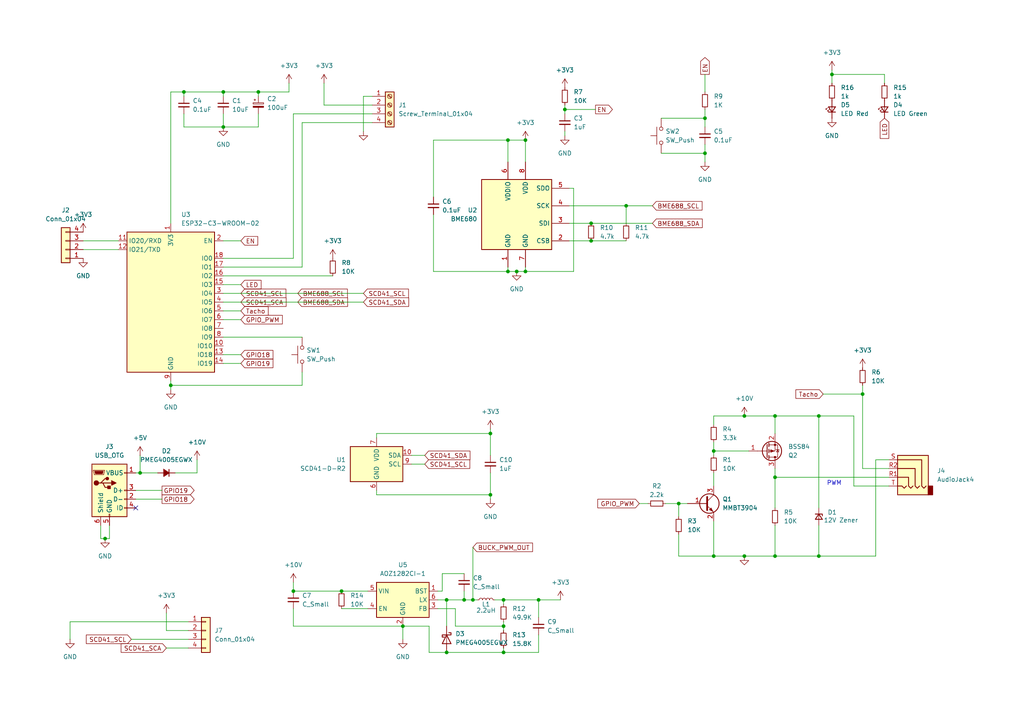
<source format=kicad_sch>
(kicad_sch (version 20231120) (generator "eeschema") (generator_version "8.0")
  (paper "A4")
  (lib_symbols
    (symbol "Connector:Screw_Terminal_01x04" (pin_names (offset 1.016) hide)
      (property "Reference" "J" (at 0 5.08 0))
      (property "Value" "Screw_Terminal_01x04" (at 0 -7.62 0))
      (symbol "Screw_Terminal_01x04_1_1"
        (pin passive line (at -5.08 2.54 0) (length 3.81) (name "Pin_1") (number "1"))
        (pin passive line (at -5.08 0 0) (length 3.81) (name "Pin_2") (number "2"))
        (pin passive line (at -5.08 -2.54 0) (length 3.81) (name "Pin_3") (number "3"))
        (pin passive line (at -5.08 -5.08 0) (length 3.81) (name "Pin_4") (number "4"))
      )
    )
    (symbol "Connector:USB_OTG" (pin_names (offset 1.016))
      (property "Reference" "J" (at -5.08 11.43 0))
      (property "Value" "USB_OTG" (at -5.08 8.89 0))
      (symbol "USB_OTG_1_1"
        (pin passive line (at 7.62 5.08 180) (length 2.54) (name "VBUS") (number "1"))
        (pin bidirectional line (at 7.62 -2.54 180) (length 2.54) (name "D-") (number "2"))
        (pin bidirectional line (at 7.62 0 180) (length 2.54) (name "D+") (number "3"))
        (pin passive line (at 7.62 -5.08 180) (length 2.54) (name "ID") (number "4"))
        (pin passive line (at 0 -10.16 90) (length 2.54) (name "GND") (number "5"))
        (pin passive line (at -2.54 -10.16 90) (length 2.54) (name "Shield") (number "6"))
      )
    )
    (symbol "Connector_Audio:AudioJack4"
      (property "Reference" "J" (at 0 8.89 0))
      (property "Value" "AudioJack4" (at 0 6.35 0))
      (symbol "AudioJack4_1_1"
        (pin passive line (at 5.08 -2.54 180) (length 2.54) (name "~") (number "R1"))
        (pin passive line (at 5.08 0 180) (length 2.54) (name "~") (number "R2"))
        (pin passive line (at 5.08 2.54 180) (length 2.54) (name "~") (number "S"))
        (pin passive line (at 5.08 -5.08 180) (length 2.54) (name "~") (number "T"))
      )
    )
    (symbol "Connector_Generic:Conn_01x04" (pin_names (offset 1.016) hide)
      (property "Reference" "J" (at 0 5.08 0))
      (property "Value" "Conn_01x04" (at 0 -7.62 0))
      (symbol "Conn_01x04_1_1"
        (pin passive line (at -5.08 2.54 0) (length 3.81) (name "Pin_1") (number "1"))
        (pin passive line (at -5.08 0 0) (length 3.81) (name "Pin_2") (number "2"))
        (pin passive line (at -5.08 -2.54 0) (length 3.81) (name "Pin_3") (number "3"))
        (pin passive line (at -5.08 -5.08 0) (length 3.81) (name "Pin_4") (number "4"))
      )
    )
    (symbol "Device:C_Polarized_Small" (pin_numbers hide) (pin_names (offset 0.254) hide)
      (property "Reference" "C" (at 0.254 1.778 0))
      (property "Value" "C_Polarized_Small" (at 0.254 -2.032 0))
      (symbol "C_Polarized_Small_1_1"
        (pin passive line (at 0 2.54 270) (length 1.8542) (name "~") (number "1"))
        (pin passive line (at 0 -2.54 90) (length 1.8542) (name "~") (number "2"))
      )
    )
    (symbol "Device:C_Small" (pin_numbers hide) (pin_names (offset 0.254) hide)
      (property "Reference" "C" (at 0.254 1.778 0))
      (property "Value" "C_Small" (at 0.254 -2.032 0))
      (symbol "C_Small_1_1"
        (pin passive line (at 0 2.54 270) (length 2.032) (name "~") (number "1"))
        (pin passive line (at 0 -2.54 90) (length 2.032) (name "~") (number "2"))
      )
    )
    (symbol "Device:D_Schottky" (pin_numbers hide) (pin_names (offset 1.016) hide)
      (property "Reference" "D" (at 0 2.54 0))
      (property "Value" "D_Schottky" (at 0 -2.54 0))
      (symbol "D_Schottky_1_1"
        (pin passive line (at -3.81 0 0) (length 2.54) (name "K") (number "1"))
        (pin passive line (at 3.81 0 180) (length 2.54) (name "A") (number "2"))
      )
    )
    (symbol "Device:D_Small_Filled" (pin_numbers hide) (pin_names (offset 0.254) hide)
      (property "Reference" "D" (at -1.27 2.032 0))
      (property "Value" "D_Small_Filled" (at -3.81 -2.032 0))
      (symbol "D_Small_Filled_1_1"
        (pin passive line (at -2.54 0 0) (length 1.778) (name "K") (number "1"))
        (pin passive line (at 2.54 0 180) (length 1.778) (name "A") (number "2"))
      )
    )
    (symbol "Device:D_Zener_Small" (pin_numbers hide) (pin_names (offset 0.254) hide)
      (property "Reference" "D" (at 0 2.286 0))
      (property "Value" "D_Zener_Small" (at 0 -2.286 0))
      (symbol "D_Zener_Small_1_1"
        (pin passive line (at -2.54 0 0) (length 1.778) (name "K") (number "1"))
        (pin passive line (at 2.54 0 180) (length 1.778) (name "A") (number "2"))
      )
    )
    (symbol "Device:LED_Small" (pin_numbers hide) (pin_names (offset 0.254) hide)
      (property "Reference" "D" (at -1.27 3.175 0))
      (property "Value" "LED_Small" (at -4.445 -2.54 0))
      (symbol "LED_Small_1_1"
        (pin passive line (at -2.54 0 0) (length 1.778) (name "K") (number "1"))
        (pin passive line (at 2.54 0 180) (length 1.778) (name "A") (number "2"))
      )
    )
    (symbol "Device:L_Small" (pin_numbers hide) (pin_names (offset 0.254) hide)
      (property "Reference" "L" (at 0.762 1.016 0))
      (property "Value" "L_Small" (at 0.762 -1.016 0))
      (symbol "L_Small_1_1"
        (pin passive line (at 0 2.54 270) (length 0.508) (name "~") (number "1"))
        (pin passive line (at 0 -2.54 90) (length 0.508) (name "~") (number "2"))
      )
    )
    (symbol "Device:R_Small" (pin_numbers hide) (pin_names (offset 0.254) hide)
      (property "Reference" "R" (at 0.762 0.508 0))
      (property "Value" "R_Small" (at 0.762 -1.016 0))
      (symbol "R_Small_1_1"
        (pin passive line (at 0 2.54 270) (length 0.762) (name "~") (number "1"))
        (pin passive line (at 0 -2.54 90) (length 0.762) (name "~") (number "2"))
      )
    )
    (symbol "GND_1" (power) (pin_names (offset 0))
      (property "Value" "GND_1" (at 0 -3.81 0))
      (symbol "GND_1_1_1"
        (pin power_in line (at 0 0 270) (length 0) hide (name "GND") (number "1"))
      )
    )
    (symbol "GND_2" (power) (pin_numbers hide) (pin_names (offset 0) hide)
      (property "Value" "GND" (at 0 -3.81 0))
      (symbol "GND_2_1_1"
        (pin power_in line (at 0 0 270) (length 0) (name "~") (number "1"))
      )
    )
    (symbol "GND_3" (power) (pin_numbers hide) (pin_names (offset 0) hide)
      (property "Value" "GND" (at 0 -3.81 0))
      (symbol "GND_3_1_1"
        (pin power_in line (at 0 0 270) (length 0) (name "~") (number "1"))
      )
    )
    (symbol "RF_Module:ESP32-C3-WROOM-02"
      (property "Reference" "U" (at -12.192 21.336 0))
      (property "Value" "ESP32-C3-WROOM-02" (at 12.192 21.336 0))
      (symbol "ESP32-C3-WROOM-02_1_1"
        (pin power_in line (at 0 22.86 270) (length 2.54) (name "3V3") (number "1"))
        (pin bidirectional line (at -15.24 -12.7 0) (length 2.54) (name "IO10") (number "10"))
        (pin bidirectional line (at 15.24 17.78 180) (length 2.54) (name "IO20/RXD") (number "11"))
        (pin bidirectional line (at 15.24 15.24 180) (length 2.54) (name "IO21/TXD") (number "12"))
        (pin bidirectional line (at -15.24 -15.24 0) (length 2.54) (name "IO18") (number "13"))
        (pin bidirectional line (at -15.24 -17.78 0) (length 2.54) (name "IO19") (number "14"))
        (pin bidirectional line (at -15.24 5.08 0) (length 2.54) (name "IO3") (number "15"))
        (pin bidirectional line (at -15.24 7.62 0) (length 2.54) (name "IO2") (number "16"))
        (pin bidirectional line (at -15.24 10.16 0) (length 2.54) (name "IO1") (number "17"))
        (pin bidirectional line (at -15.24 12.7 0) (length 2.54) (name "IO0") (number "18"))
        (pin passive line (at 0 -22.86 90) (length 2.54) hide (name "GND") (number "19"))
        (pin input line (at -15.24 17.78 0) (length 2.54) (name "EN") (number "2"))
        (pin bidirectional line (at -15.24 2.54 0) (length 2.54) (name "IO4") (number "3"))
        (pin bidirectional line (at -15.24 0 0) (length 2.54) (name "IO5") (number "4"))
        (pin bidirectional line (at -15.24 -2.54 0) (length 2.54) (name "IO6") (number "5"))
        (pin bidirectional line (at -15.24 -5.08 0) (length 2.54) (name "IO7") (number "6"))
        (pin bidirectional line (at -15.24 -7.62 0) (length 2.54) (name "IO8") (number "7"))
        (pin bidirectional line (at -15.24 -10.16 0) (length 2.54) (name "IO9") (number "8"))
        (pin power_in line (at 0 -22.86 90) (length 2.54) (name "GND") (number "9"))
      )
    )
    (symbol "Regulator_Switching:AOZ1282CI-1"
      (property "Reference" "U" (at -6.35 -6.35 0))
      (property "Value" "AOZ1282CI-1" (at -2.54 6.35 0))
      (symbol "AOZ1282CI-1_1_1"
        (pin input line (at 10.16 2.54 180) (length 2.54) (name "BST") (number "1"))
        (pin power_in line (at 0 -7.62 90) (length 2.54) (name "GND") (number "2"))
        (pin input line (at 10.16 -2.54 180) (length 2.54) (name "FB") (number "3"))
        (pin input line (at -10.16 -2.54 0) (length 2.54) (name "EN") (number "4"))
        (pin power_in line (at -10.16 2.54 0) (length 2.54) (name "VIN") (number "5"))
        (pin power_out line (at 10.16 0 180) (length 2.54) (name "LX") (number "6"))
      )
    )
    (symbol "Sensor:BME680"
      (property "Reference" "U" (at -8.89 11.43 0))
      (property "Value" "BME680" (at 7.62 11.43 0))
      (symbol "BME680_1_1"
        (pin power_in line (at -2.54 -15.24 90) (length 5.08) (name "GND") (number "1"))
        (pin input line (at 15.24 -7.62 180) (length 5.08) (name "CSB") (number "2"))
        (pin bidirectional line (at 15.24 -2.54 180) (length 5.08) (name "SDI") (number "3"))
        (pin input line (at 15.24 2.54 180) (length 5.08) (name "SCK") (number "4"))
        (pin bidirectional line (at 15.24 7.62 180) (length 5.08) (name "SDO") (number "5"))
        (pin power_in line (at -2.54 15.24 270) (length 5.08) (name "VDDIO") (number "6"))
        (pin power_in line (at 2.54 -15.24 90) (length 5.08) (name "GND") (number "7"))
        (pin power_in line (at 2.54 15.24 270) (length 5.08) (name "VDD") (number "8"))
      )
    )
    (symbol "Sensor_Gas:SCD41-D-R2"
      (property "Reference" "U" (at -7.62 6.35 0))
      (property "Value" "SCD41-D-R2" (at 6.985 6.35 0))
      (symbol "SCD41-D-R2_1_1"
        (pin bidirectional line (at 10.16 2.54 180) (length 2.54) (name "SDA") (number "10"))
        (pin passive line (at 0 7.62 270) (length 2.54) hide (name "VDD") (number "19"))
        (pin passive line (at 0 -7.62 90) (length 2.54) hide (name "GND") (number "20"))
        (pin passive line (at 0 -7.62 90) (length 2.54) hide (name "GND") (number "21"))
        (pin power_in line (at 0 -7.62 90) (length 2.54) (name "GND") (number "6"))
        (pin power_in line (at 0 7.62 270) (length 2.54) (name "VDD") (number "7"))
        (pin input line (at 10.16 0 180) (length 2.54) (name "SCL") (number "9"))
      )
    )
    (symbol "Switch:SW_Push" (pin_numbers hide) (pin_names (offset 1.016) hide)
      (property "Reference" "SW" (at 1.27 2.54 0))
      (property "Value" "SW_Push" (at 0 -1.524 0))
      (symbol "SW_Push_0_1"
        (pin passive line (at -5.08 0 0) (length 2.54) (name "1") (number "1"))
        (pin passive line (at 5.08 0 180) (length 2.54) (name "2") (number "2"))
      )
    )
    (symbol "Transistor_BJT:MMBT3904" (pin_names (offset 0) hide)
      (property "Reference" "Q" (at 5.08 1.905 0))
      (property "Value" "MMBT3904" (at 5.08 0 0))
      (symbol "MMBT3904_1_1"
        (pin input line (at -5.08 0 0) (length 5.715) (name "B") (number "1"))
        (pin passive line (at 2.54 -5.08 90) (length 2.54) (name "E") (number "2"))
        (pin passive line (at 2.54 5.08 270) (length 2.54) (name "C") (number "3"))
      )
    )
    (symbol "Transistor_FET:BSS84" (pin_names hide)
      (property "Reference" "Q" (at 5.08 1.905 0))
      (property "Value" "BSS84" (at 5.08 0 0))
      (symbol "BSS84_1_1"
        (pin input line (at -5.08 0 0) (length 2.54) (name "G") (number "1"))
        (pin passive line (at 2.54 -5.08 90) (length 2.54) (name "S") (number "2"))
        (pin passive line (at 2.54 5.08 270) (length 2.54) (name "D") (number "3"))
      )
    )
    (symbol "power:+10V" (power) (pin_names (offset 0))
      (property "Value" "+10V" (at 0 3.556 0))
      (symbol "+10V_1_1"
        (pin power_in line (at 0 0 90) (length 0) hide (name "+10V") (number "1"))
      )
    )
    (symbol "power:+3.3V" (power) (pin_names (offset 0))
      (property "Value" "+3.3V" (at 0 3.556 0))
      (symbol "+3.3V_1_1"
        (pin power_in line (at 0 0 90) (length 0) hide (name "+3V3") (number "1"))
      )
    )
    (symbol "power:+5V" (power) (pin_numbers hide) (pin_names (offset 0) hide)
      (property "Value" "+5V" (at 0 3.556 0))
      (symbol "+5V_1_1"
        (pin power_in line (at 0 0 90) (length 0) (name "~") (number "1"))
      )
    )
    (symbol "power:GND" (power) (pin_names (offset 0))
      (property "Value" "GND" (at 0 -3.81 0))
      (symbol "GND_1_1"
        (pin power_in line (at 0 0 270) (length 0) hide (name "GND") (number "1"))
      )
    )
  )
  (junction (at 134.62 173.99))
  (junction (at 152.4 40.64))
  (junction (at 207.01 130.81))
  (junction (at 171.45 69.85))
  (junction (at 152.4 78.74))
  (junction (at 241.3 21.59))
  (junction (at 207.01 161.29))
  (junction (at 147.32 78.74))
  (junction (at 53.34 26.67))
  (junction (at 30.48 156.21))
  (junction (at 137.16 173.99))
  (junction (at 147.32 40.64))
  (junction (at 204.47 34.29))
  (junction (at 146.05 189.23))
  (junction (at 237.49 161.29))
  (junction (at 142.24 125.73))
  (junction (at 64.77 26.67))
  (junction (at 204.47 44.45))
  (junction (at 171.45 64.77))
  (junction (at 250.19 114.3))
  (junction (at 116.84 181.61))
  (junction (at 224.79 138.43))
  (junction (at 129.54 189.23))
  (junction (at 196.85 146.05))
  (junction (at 215.9 120.65))
  (junction (at 129.54 173.99))
  (junction (at 224.79 120.65))
  (junction (at 146.05 173.99))
  (junction (at 49.53 111.76))
  (junction (at 237.49 120.65))
  (junction (at 181.61 59.69))
  (junction (at 64.77 36.83))
  (junction (at 85.09 171.45))
  (junction (at 163.83 31.75))
  (junction (at 142.24 143.51))
  (junction (at 224.79 161.29))
  (junction (at 40.64 137.16))
  (junction (at 146.05 181.61))
  (junction (at 74.93 26.67))
  (junction (at 149.86 78.74))
  (junction (at 156.21 173.99))
  (junction (at 215.9 161.29))
  (junction (at 99.06 171.45))
  (no_connect (at 39.37 147.32))
  (wire (pts (xy 31.75 156.21) (xy 30.48 156.21)))
  (wire (pts (xy 39.37 137.16) (xy 40.64 137.16)))
  (wire (pts (xy 147.32 78.74) (xy 149.86 78.74)))
  (wire (pts (xy 29.21 152.4) (xy 29.21 156.21)))
  (wire (pts (xy 125.73 40.64) (xy 125.73 57.15)))
  (wire (pts (xy 87.63 107.95) (xy 87.63 111.76)))
  (wire (pts (xy 85.09 171.45) (xy 99.06 171.45)))
  (wire (pts (xy 129.54 189.23) (xy 124.46 189.23)))
  (wire (pts (xy 215.9 120.65) (xy 224.79 120.65)))
  (wire (pts (xy 142.24 125.73) (xy 109.22 125.73)))
  (wire (pts (xy 87.63 111.76) (xy 49.53 111.76)))
  (wire (pts (xy 207.01 137.16) (xy 207.01 140.97)))
  (wire (pts (xy 137.16 158.75) (xy 137.16 173.99)))
  (wire (pts (xy 204.47 44.45) (xy 204.47 46.99)))
  (wire (pts (xy 38.1 185.42) (xy 54.61 185.42)))
  (wire (pts (xy 146.05 189.23) (xy 129.54 189.23)))
  (wire (pts (xy 40.64 137.16) (xy 45.72 137.16)))
  (wire (pts (xy 224.79 135.89) (xy 224.79 138.43)))
  (wire (pts (xy 134.62 173.99) (xy 137.16 173.99)))
  (wire (pts (xy 127 176.53) (xy 132.08 176.53)))
  (wire (pts (xy 87.63 35.56) (xy 107.95 35.56)))
  (wire (pts (xy 99.06 176.53) (xy 106.68 176.53)))
  (wire (pts (xy 132.08 181.61) (xy 146.05 181.61)))
  (wire (pts (xy 124.46 189.23) (xy 124.46 181.61)))
  (wire (pts (xy 49.53 113.03) (xy 49.53 111.76)))
  (wire (pts (xy 257.81 133.35) (xy 254 133.35)))
  (wire (pts (xy 74.93 26.67) (xy 74.93 27.94)))
  (wire (pts (xy 54.61 180.34) (xy 20.32 180.34)))
  (wire (pts (xy 191.77 44.45) (xy 204.47 44.45)))
  (wire (pts (xy 207.01 128.27) (xy 207.01 130.81)))
  (wire (pts (xy 124.46 181.61) (xy 116.84 181.61)))
  (wire (pts (xy 224.79 152.4) (xy 224.79 161.29)))
  (wire (pts (xy 85.09 181.61) (xy 116.84 181.61)))
  (wire (pts (xy 147.32 40.64) (xy 147.32 46.99)))
  (wire (pts (xy 40.64 137.16) (xy 40.64 132.08)))
  (wire (pts (xy 146.05 173.99) (xy 156.21 173.99)))
  (wire (pts (xy 64.77 74.93) (xy 85.09 74.93)))
  (wire (pts (xy 238.76 114.3) (xy 250.19 114.3)))
  (wire (pts (xy 254 161.29) (xy 237.49 161.29)))
  (wire (pts (xy 152.4 77.47) (xy 152.4 78.74)))
  (wire (pts (xy 224.79 120.65) (xy 237.49 120.65)))
  (wire (pts (xy 64.77 92.71) (xy 69.85 92.71)))
  (wire (pts (xy 64.77 87.63) (xy 105.41 87.63)))
  (wire (pts (xy 166.37 78.74) (xy 152.4 78.74)))
  (wire (pts (xy 152.4 46.99) (xy 152.4 40.64)))
  (wire (pts (xy 119.38 132.08) (xy 123.19 132.08)))
  (wire (pts (xy 109.22 125.73) (xy 109.22 127)))
  (wire (pts (xy 31.75 152.4) (xy 31.75 156.21)))
  (wire (pts (xy 64.77 69.85) (xy 69.85 69.85)))
  (wire (pts (xy 85.09 176.53) (xy 85.09 181.61)))
  (wire (pts (xy 93.98 30.48) (xy 93.98 24.13)))
  (wire (pts (xy 64.77 105.41) (xy 69.85 105.41)))
  (wire (pts (xy 109.22 143.51) (xy 109.22 142.24)))
  (wire (pts (xy 53.34 36.83) (xy 64.77 36.83)))
  (wire (pts (xy 53.34 33.02) (xy 53.34 36.83)))
  (wire (pts (xy 224.79 161.29) (xy 215.9 161.29)))
  (wire (pts (xy 142.24 144.78) (xy 142.24 143.51)))
  (wire (pts (xy 163.83 31.75) (xy 163.83 30.48)))
  (wire (pts (xy 57.15 137.16) (xy 57.15 133.35)))
  (wire (pts (xy 129.54 173.99) (xy 134.62 173.99)))
  (wire (pts (xy 241.3 21.59) (xy 256.54 21.59)))
  (wire (pts (xy 156.21 189.23) (xy 146.05 189.23)))
  (wire (pts (xy 107.95 30.48) (xy 93.98 30.48)))
  (wire (pts (xy 24.13 72.39) (xy 34.29 72.39)))
  (wire (pts (xy 83.82 24.13) (xy 83.82 26.67)))
  (wire (pts (xy 64.77 102.87) (xy 69.85 102.87)))
  (wire (pts (xy 146.05 175.26) (xy 146.05 173.99)))
  (wire (pts (xy 129.54 173.99) (xy 129.54 181.61)))
  (wire (pts (xy 165.1 54.61) (xy 166.37 54.61)))
  (wire (pts (xy 74.93 33.02) (xy 74.93 36.83)))
  (wire (pts (xy 181.61 64.77) (xy 181.61 59.69)))
  (wire (pts (xy 87.63 97.79) (xy 64.77 97.79)))
  (wire (pts (xy 171.45 69.85) (xy 181.61 69.85)))
  (wire (pts (xy 87.63 35.56) (xy 87.63 77.47)))
  (wire (pts (xy 54.61 182.88) (xy 48.26 182.88)))
  (wire (pts (xy 85.09 33.02) (xy 107.95 33.02)))
  (wire (pts (xy 254 133.35) (xy 254 161.29)))
  (wire (pts (xy 49.53 26.67) (xy 53.34 26.67)))
  (wire (pts (xy 74.93 26.67) (xy 83.82 26.67)))
  (wire (pts (xy 142.24 124.46) (xy 142.24 125.73)))
  (wire (pts (xy 181.61 59.69) (xy 189.23 59.69)))
  (wire (pts (xy 181.61 59.69) (xy 165.1 59.69)))
  (wire (pts (xy 247.65 140.97) (xy 257.81 140.97)))
  (wire (pts (xy 64.77 82.55) (xy 69.85 82.55)))
  (wire (pts (xy 99.06 171.45) (xy 106.68 171.45)))
  (wire (pts (xy 64.77 90.17) (xy 69.85 90.17)))
  (wire (pts (xy 146.05 181.61) (xy 146.05 182.88)))
  (wire (pts (xy 49.53 111.76) (xy 49.53 110.49)))
  (wire (pts (xy 215.9 120.65) (xy 207.01 120.65)))
  (wire (pts (xy 105.41 27.94) (xy 105.41 38.1)))
  (wire (pts (xy 237.49 161.29) (xy 224.79 161.29)))
  (wire (pts (xy 156.21 184.15) (xy 156.21 189.23)))
  (wire (pts (xy 125.73 78.74) (xy 147.32 78.74)))
  (wire (pts (xy 165.1 69.85) (xy 171.45 69.85)))
  (wire (pts (xy 185.42 146.05) (xy 187.96 146.05)))
  (wire (pts (xy 257.81 135.89) (xy 250.19 135.89)))
  (wire (pts (xy 191.77 34.29) (xy 204.47 34.29)))
  (wire (pts (xy 204.47 21.59) (xy 204.47 26.67)))
  (wire (pts (xy 128.27 171.45) (xy 128.27 166.37)))
  (wire (pts (xy 147.32 77.47) (xy 147.32 78.74)))
  (wire (pts (xy 207.01 130.81) (xy 207.01 132.08)))
  (wire (pts (xy 147.32 40.64) (xy 125.73 40.64)))
  (wire (pts (xy 64.77 33.02) (xy 64.77 36.83)))
  (wire (pts (xy 193.04 146.05) (xy 196.85 146.05)))
  (wire (pts (xy 196.85 146.05) (xy 196.85 149.86)))
  (wire (pts (xy 134.62 173.99) (xy 134.62 171.45)))
  (wire (pts (xy 132.08 176.53) (xy 132.08 181.61)))
  (wire (pts (xy 64.77 26.67) (xy 74.93 26.67)))
  (wire (pts (xy 127 171.45) (xy 128.27 171.45)))
  (wire (pts (xy 163.83 33.02) (xy 163.83 31.75)))
  (wire (pts (xy 74.93 36.83) (xy 64.77 36.83)))
  (wire (pts (xy 241.3 20.32) (xy 241.3 21.59)))
  (wire (pts (xy 237.49 120.65) (xy 237.49 147.32)))
  (wire (pts (xy 39.37 142.24) (xy 46.99 142.24)))
  (wire (pts (xy 64.77 77.47) (xy 87.63 77.47)))
  (wire (pts (xy 171.45 64.77) (xy 189.23 64.77)))
  (wire (pts (xy 50.8 137.16) (xy 57.15 137.16)))
  (wire (pts (xy 207.01 151.13) (xy 207.01 161.29)))
  (wire (pts (xy 64.77 85.09) (xy 105.41 85.09)))
  (wire (pts (xy 152.4 78.74) (xy 149.86 78.74)))
  (wire (pts (xy 156.21 173.99) (xy 162.56 173.99)))
  (wire (pts (xy 237.49 152.4) (xy 237.49 161.29)))
  (wire (pts (xy 166.37 54.61) (xy 166.37 78.74)))
  (wire (pts (xy 20.32 180.34) (xy 20.32 185.42)))
  (wire (pts (xy 146.05 180.34) (xy 146.05 181.61)))
  (wire (pts (xy 207.01 130.81) (xy 217.17 130.81)))
  (wire (pts (xy 85.09 33.02) (xy 85.09 74.93)))
  (wire (pts (xy 204.47 41.91) (xy 204.47 44.45)))
  (wire (pts (xy 125.73 62.23) (xy 125.73 78.74)))
  (wire (pts (xy 196.85 161.29) (xy 207.01 161.29)))
  (wire (pts (xy 24.13 69.85) (xy 34.29 69.85)))
  (wire (pts (xy 204.47 31.75) (xy 204.47 34.29)))
  (wire (pts (xy 156.21 179.07) (xy 156.21 173.99)))
  (wire (pts (xy 53.34 26.67) (xy 53.34 27.94)))
  (wire (pts (xy 142.24 125.73) (xy 142.24 132.08)))
  (wire (pts (xy 196.85 154.94) (xy 196.85 161.29)))
  (wire (pts (xy 48.26 187.96) (xy 54.61 187.96)))
  (wire (pts (xy 39.37 144.78) (xy 46.99 144.78)))
  (wire (pts (xy 142.24 137.16) (xy 142.24 143.51)))
  (wire (pts (xy 119.38 134.62) (xy 123.19 134.62)))
  (wire (pts (xy 165.1 64.77) (xy 171.45 64.77)))
  (wire (pts (xy 152.4 40.64) (xy 147.32 40.64)))
  (wire (pts (xy 127 173.99) (xy 129.54 173.99)))
  (wire (pts (xy 196.85 146.05) (xy 199.39 146.05)))
  (wire (pts (xy 237.49 120.65) (xy 247.65 120.65)))
  (wire (pts (xy 146.05 189.23) (xy 146.05 187.96)))
  (wire (pts (xy 163.83 31.75) (xy 172.72 31.75)))
  (wire (pts (xy 143.51 173.99) (xy 146.05 173.99)))
  (wire (pts (xy 247.65 120.65) (xy 247.65 140.97)))
  (wire (pts (xy 107.95 27.94) (xy 105.41 27.94)))
  (wire (pts (xy 250.19 111.76) (xy 250.19 114.3)))
  (wire (pts (xy 49.53 26.67) (xy 49.53 64.77)))
  (wire (pts (xy 224.79 138.43) (xy 257.81 138.43)))
  (wire (pts (xy 256.54 21.59) (xy 256.54 24.13)))
  (wire (pts (xy 224.79 120.65) (xy 224.79 125.73)))
  (wire (pts (xy 53.34 26.67) (xy 64.77 26.67)))
  (wire (pts (xy 142.24 143.51) (xy 109.22 143.51)))
  (wire (pts (xy 128.27 166.37) (xy 134.62 166.37)))
  (wire (pts (xy 163.83 38.1) (xy 163.83 39.37)))
  (wire (pts (xy 224.79 138.43) (xy 224.79 147.32)))
  (wire (pts (xy 48.26 182.88) (xy 48.26 177.8)))
  (wire (pts (xy 250.19 135.89) (xy 250.19 114.3)))
  (wire (pts (xy 137.16 173.99) (xy 138.43 173.99)))
  (wire (pts (xy 116.84 181.61) (xy 116.84 185.42)))
  (wire (pts (xy 85.09 168.91) (xy 85.09 171.45)))
  (wire (pts (xy 207.01 120.65) (xy 207.01 123.19)))
  (wire (pts (xy 64.77 80.01) (xy 96.52 80.01)))
  (wire (pts (xy 204.47 34.29) (xy 204.47 36.83)))
  (wire (pts (xy 64.77 26.67) (xy 64.77 27.94)))
  (wire (pts (xy 241.3 21.59) (xy 241.3 24.13)))
  (wire (pts (xy 29.21 156.21) (xy 30.48 156.21)))
  (wire (pts (xy 207.01 161.29) (xy 215.9 161.29)))
  (text "PWM" (at 239.776 140.97 0) (effects (font (size 1.27 1.27)) (justify left bottom)))
  (global_label "GPIO_PWM" (shape input) (at 69.85 92.71 0) (property "Intersheetrefs" "${INTERSHEET_REFS}" (effects (hide yes))))
  (global_label "BME688_SCL" (shape input) (at 86.36 85.09 0) (property "Intersheetrefs" "${INTERSHEET_REFS}" (effects (hide yes))))
  (global_label "SCD41_SCL" (shape input) (at 123.19 134.62 0) (property "Intersheetrefs" "${INTERSHEET_REFS}" (effects (hide yes))))
  (global_label "GPIO18" (shape input) (at 69.85 102.87 0) (property "Intersheetrefs" "${INTERSHEET_REFS}" (effects (hide yes))))
  (global_label "SCD41_SCL" (shape input) (at 38.1 185.42 180) (property "Intersheetrefs" "${INTERSHEET_REFS}" (effects (hide yes))))
  (global_label "LED" (shape input) (at 256.54 34.29 270) (property "Intersheetrefs" "${INTERSHEET_REFS}" (effects (hide yes))))
  (global_label "Tacho" (shape input) (at 69.85 90.17 0) (property "Intersheetrefs" "${INTERSHEET_REFS}" (effects (hide yes))))
  (global_label "EN" (shape output) (at 204.47 21.59 90) (property "Intersheetrefs" "${INTERSHEET_REFS}" (effects (hide yes))))
  (global_label "Tacho" (shape input) (at 238.76 114.3 180) (property "Intersheetrefs" "${INTERSHEET_REFS}" (effects (hide yes))))
  (global_label "EN" (shape input) (at 69.85 69.85 0) (property "Intersheetrefs" "${INTERSHEET_REFS}" (effects (hide yes))))
  (global_label "SCD41_SCA" (shape input) (at 69.85 87.63 0) (property "Intersheetrefs" "${INTERSHEET_REFS}" (effects (hide yes))))
  (global_label "BUCK_PWM_OUT" (shape input) (at 137.16 158.75 0) (property "Intersheetrefs" "${INTERSHEET_REFS}" (effects (hide yes))))
  (global_label "BME688_SDA" (shape input) (at 86.36 87.63 0) (property "Intersheetrefs" "${INTERSHEET_REFS}" (effects (hide yes))))
  (global_label "GPIO18" (shape output) (at 46.99 144.78 0) (property "Intersheetrefs" "${INTERSHEET_REFS}" (effects (hide yes))))
  (global_label "GPIO19" (shape input) (at 69.85 105.41 0) (property "Intersheetrefs" "${INTERSHEET_REFS}" (effects (hide yes))))
  (global_label "SCD41_SCL" (shape input) (at 105.41 85.09 0) (property "Intersheetrefs" "${INTERSHEET_REFS}" (effects (hide yes))))
  (global_label "BME688_SDA" (shape input) (at 189.23 64.77 0) (property "Intersheetrefs" "${INTERSHEET_REFS}" (effects (hide yes))))
  (global_label "BME688_SCL" (shape input) (at 189.23 59.69 0) (property "Intersheetrefs" "${INTERSHEET_REFS}" (effects (hide yes))))
  (global_label "SCD41_SCA" (shape input) (at 48.26 187.96 180) (property "Intersheetrefs" "${INTERSHEET_REFS}" (effects (hide yes))))
  (global_label "SCD41_SDA" (shape input) (at 123.19 132.08 0) (property "Intersheetrefs" "${INTERSHEET_REFS}" (effects (hide yes))))
  (global_label "EN" (shape output) (at 172.72 31.75 0) (property "Intersheetrefs" "${INTERSHEET_REFS}" (effects (hide yes))))
  (global_label "SCD41_SDA" (shape input) (at 105.41 87.63 0) (property "Intersheetrefs" "${INTERSHEET_REFS}" (effects (hide yes))))
  (global_label "GPIO19" (shape output) (at 46.99 142.24 0) (property "Intersheetrefs" "${INTERSHEET_REFS}" (effects (hide yes))))
  (global_label "SCD41_SCL" (shape input) (at 69.85 85.09 0) (property "Intersheetrefs" "${INTERSHEET_REFS}" (effects (hide yes))))
  (global_label "GPIO_PWM" (shape input) (at 185.42 146.05 180) (property "Intersheetrefs" "${INTERSHEET_REFS}" (effects (hide yes))))
  (global_label "LED" (shape input) (at 69.85 82.55 0) (property "Intersheetrefs" "${INTERSHEET_REFS}" (effects (hide yes))))
  (symbol (lib_id "RF_Module:ESP32-C3-WROOM-02") (at 49.53 87.63 0) (mirror y) (unit 1)
    (property "Reference" "U3" (at 52.5465 62.23 0) (effects (justify right)))
    (property "Value" "ESP32-C3-WROOM-02" (at 52.5465 64.77 0) (effects (justify right)))
    (property "Footprint" "RF_Module:ESP32-C3-WROOM-02" (effects (hide yes)))
    (property "Datasheet" "https://www.espressif.com/sites/default/files/documentation/esp32-c3-wroom-02_datasheet_en.pdf" (effects (hide yes)))
    (property "Description" "802.11 b/g/n Wi­Fi and Bluetooth 5 module, ESP32­C3 SoC, RISC­V microprocessor, On-board antenna" (effects (hide yes)))
  )
  (symbol (lib_id "Device:R_Small") (at 207.01 125.73 0) (unit 1)
    (property "Reference" "R4" (at 209.55 124.46 0) (effects (justify left)))
    (property "Value" "3.3k" (at 209.55 127 0) (effects (justify left)))
    (property "Footprint" "Resistor_SMD:R_0805_2012Metric_Pad1.20x1.40mm_HandSolder" (effects (hide yes)))
  )
  (symbol (lib_id "Device:C_Small") (at 142.24 134.62 0) (unit 1)
    (property "Reference" "C10" (at 144.78 133.3562 0) (effects (justify left)))
    (property "Value" "1uF" (at 144.78 135.8962 0) (effects (justify left)))
    (property "Footprint" "Capacitor_SMD:C_1206_3216Metric_Pad1.33x1.80mm_HandSolder" (effects (hide yes)))
    (property "Description" "Unpolarized capacitor, small symbol" (effects (hide yes)))
  )
  (symbol (lib_id "power:+3.3V") (at 83.82 24.13 0) (unit 1)
    (property "Reference" "#PWR08" (effects (hide yes)))
    (property "Value" "+3V3" (at 83.82 19.05 0))
  )
  (symbol (lib_id "power:+3.3V") (at 163.83 25.4 0) (unit 1)
    (property "Reference" "#PWR06" (effects (hide yes)))
    (property "Value" "+3V3" (at 163.83 20.32 0))
  )
  (symbol (lib_id "Device:C_Small") (at 53.34 30.48 0) (unit 1)
    (property "Reference" "C4" (at 55.88 29.2163 0) (effects (justify left)))
    (property "Value" "0.1uF" (at 55.88 31.7563 0) (effects (justify left)))
    (property "Footprint" "Capacitor_SMD:C_0805_2012Metric_Pad1.18x1.45mm_HandSolder" (effects (hide yes)))
  )
  (symbol (lib_id "power:+10V") (at 215.9 120.65 0) (unit 1)
    (property "Reference" "#PWR02" (effects (hide yes)))
    (property "Value" "+10V" (at 215.9 115.57 0))
  )
  (symbol (lib_id "Device:D_Schottky") (at 129.54 185.42 270) (unit 1)
    (property "Reference" "D3" (at 132.08 183.8324 90) (effects (justify left)))
    (property "Value" "PMEG4005EGWX" (at 132.08 186.3724 90) (effects (justify left)))
    (property "Footprint" "Diode_SMD:D_SOD-323_HandSoldering" (effects (hide yes)))
    (property "Description" "Schottky diode" (effects (hide yes)))
  )
  (symbol (lib_id "power:GND") (at 142.24 144.78 0) (unit 1)
    (property "Reference" "#PWR015" (effects (hide yes)))
    (property "Value" "GND" (at 142.24 149.86 0))
  )
  (symbol (lib_id "Connector_Generic:Conn_01x04") (at 59.69 182.88 0) (unit 1)
    (property "Reference" "J7" (at 62.23 182.88 0) (effects (justify left)))
    (property "Value" "Conn_01x04" (at 62.23 185.42 0) (effects (justify left)))
    (property "Footprint" "Connector_PinHeader_2.54mm:PinHeader_1x04_P2.54mm_Vertical" (effects (hide yes)))
  )
  (symbol (lib_name "GND_1") (lib_id "power:GND") (at 64.77 36.83 0) (unit 1)
    (property "Reference" "#PWR010" (effects (hide yes)))
    (property "Value" "GND" (at 64.77 41.91 0))
  )
  (symbol (lib_id "Device:L_Small") (at 140.97 173.99 90) (unit 1)
    (property "Reference" "L1" (at 140.97 175.26 90))
    (property "Value" "2.2uH" (at 140.97 177.038 90))
    (property "Footprint" "Inductor_SMD:L_Bourns-SRN4018" (effects (hide yes)))
    (property "Datasheet" "https://www.bourns.com/docs/Product-Datasheets/SRN4018.pdf" (effects (hide yes)))
    (property "Description" "Inductor, small symbol" (effects (hide yes)))
  )
  (symbol (lib_id "power:+5V") (at 40.64 132.08 0) (unit 1)
    (property "Reference" "#PWR020" (effects (hide yes)))
    (property "Value" "+5V" (at 40.64 127 0))
    (property "Description" "Power symbol creates a global label with name \"+5V\"" (effects (hide yes)))
  )
  (symbol (lib_id "Device:R_Small") (at 204.47 29.21 0) (unit 1)
    (property "Reference" "R9" (at 207.01 27.9399 0) (effects (justify left)))
    (property "Value" "1K" (at 207.01 30.4799 0) (effects (justify left)))
    (property "Footprint" "Resistor_SMD:R_0805_2012Metric_Pad1.20x1.40mm_HandSolder" (effects (hide yes)))
  )
  (symbol (lib_id "power:+3.3V") (at 241.3 20.32 0) (unit 1)
    (property "Reference" "#PWR029" (effects (hide yes)))
    (property "Value" "+3V3" (at 241.3 15.24 0))
  )
  (symbol (lib_id "power:+3.3V") (at 48.26 177.8 0) (unit 1)
    (property "Reference" "#PWR014" (effects (hide yes)))
    (property "Value" "+3V3" (at 48.26 172.72 0))
  )
  (symbol (lib_id "Sensor_Gas:SCD41-D-R2") (at 109.22 134.62 0) (unit 1)
    (property "Reference" "U1" (at 100.33 133.3499 0) (effects (justify right)))
    (property "Value" "SCD41-D-R2" (at 100.33 135.8899 0) (effects (justify right)))
    (property "Footprint" "Sensor:Sensirion_SCD4x-1EP_10.1x10.1mm_P1.25mm_EP4.8x4.8mm" (effects (hide yes)))
    (property "Datasheet" "https://sensirion.com/media/documents/E0F04247/631EF271/CD_DS_SCD40_SCD41_Datasheet_D1.pdf" (effects (hide yes)))
    (property "Description" "Photoacoustic CO2 sensor, 40 000 ppm, I2C, 2.4-5.5 V, High accuracy  400 - 5000 ppm" (effects (hide yes)))
  )
  (symbol (lib_id "power:+3.3V") (at 250.19 106.68 0) (unit 1)
    (property "Reference" "#PWR05" (effects (hide yes)))
    (property "Value" "+3V3" (at 250.19 101.6 0))
  )
  (symbol (lib_id "Device:R_Small") (at 99.06 173.99 0) (unit 1)
    (property "Reference" "R14" (at 101.6 172.7199 0) (effects (justify left)))
    (property "Value" "10K" (at 101.6 175.2599 0) (effects (justify left)))
    (property "Footprint" "Resistor_SMD:R_0805_2012Metric_Pad1.20x1.40mm_HandSolder" (effects (hide yes)))
    (property "Description" "Resistor, small symbol" (effects (hide yes)))
  )
  (symbol (lib_id "Device:R_Small") (at 241.3 26.67 180) (unit 1)
    (property "Reference" "R16" (at 243.84 25.3999 0) (effects (justify right)))
    (property "Value" "1k" (at 243.84 27.9399 0) (effects (justify right)))
    (property "Footprint" "Resistor_SMD:R_0603_1608Metric_Pad0.98x0.95mm_HandSolder" (effects (hide yes)))
    (property "Description" "Resistor, small symbol" (effects (hide yes)))
  )
  (symbol (lib_id "Device:C_Polarized_Small") (at 74.93 30.48 0) (unit 1)
    (property "Reference" "C2" (at 77.47 28.6638 0) (effects (justify left)))
    (property "Value" "100uF" (at 77.47 31.2038 0) (effects (justify left)))
    (property "Footprint" "Capacitor_Tantalum_SMD:CP_EIA-3528-12_Kemet-T_Pad1.50x2.35mm_HandSolder" (effects (hide yes)))
  )
  (symbol (lib_id "Device:LED_Small") (at 256.54 31.75 90) (unit 1)
    (property "Reference" "D4" (at 259.08 30.4164 90) (effects (justify right)))
    (property "Value" "LED Green" (at 259.08 32.9564 90) (effects (justify right)))
    (property "Footprint" "LED_SMD:LED_0603_1608Metric_Pad1.05x0.95mm_HandSolder" (effects (hide yes)))
    (property "Description" "Light emitting diode, small symbol" (effects (hide yes)))
  )
  (symbol (lib_id "Device:R_Small") (at 207.01 134.62 0) (unit 1)
    (property "Reference" "R1" (at 209.55 133.35 0) (effects (justify left)))
    (property "Value" "10K" (at 209.55 135.89 0) (effects (justify left)))
    (property "Footprint" "Resistor_SMD:R_0805_2012Metric_Pad1.20x1.40mm_HandSolder" (effects (hide yes)))
  )
  (symbol (lib_id "Regulator_Switching:AOZ1282CI-1") (at 116.84 173.99 0) (unit 1)
    (property "Reference" "U5" (at 116.84 163.83 0))
    (property "Value" "AOZ1282CI-1" (at 116.84 166.37 0))
    (property "Footprint" "Package_TO_SOT_SMD:SOT-23-6" (effects (hide yes)))
    (property "Datasheet" "http://www.aosmd.com/res/data_sheets/AOZ1282CI-1.pdf" (effects (hide yes)))
    (property "Description" "600 mA Simple Buck Regulator, 4.5-36V input, 1MHz" (effects (hide yes)))
  )
  (symbol (lib_id "Device:R_Small") (at 146.05 185.42 0) (unit 1)
    (property "Reference" "R13" (at 148.59 184.1499 0) (effects (justify left)))
    (property "Value" "15.8K" (at 148.59 186.6899 0) (effects (justify left)))
    (property "Footprint" "Resistor_SMD:R_0805_2012Metric_Pad1.20x1.40mm_HandSolder" (effects (hide yes)))
    (property "Description" "Resistor, small symbol" (effects (hide yes)))
  )
  (symbol (lib_id "Device:C_Small") (at 204.47 39.37 0) (unit 1)
    (property "Reference" "C5" (at 207.01 38.1062 0) (effects (justify left)))
    (property "Value" "0.1uF" (at 207.01 40.6462 0) (effects (justify left)))
    (property "Footprint" "Capacitor_SMD:C_0805_2012Metric_Pad1.18x1.45mm_HandSolder" (effects (hide yes)))
  )
  (symbol (lib_id "power:GND") (at 163.83 39.37 0) (unit 1)
    (property "Reference" "#PWR07" (effects (hide yes)))
    (property "Value" "GND" (at 163.83 44.45 0))
  )
  (symbol (lib_id "power:GND") (at 204.47 46.99 0) (unit 1)
    (property "Reference" "#PWR019" (effects (hide yes)))
    (property "Value" "GND" (at 204.47 52.07 0))
  )
  (symbol (lib_id "power:GND") (at 49.53 113.03 0) (unit 1)
    (property "Reference" "#PWR03" (effects (hide yes)))
    (property "Value" "GND" (at 49.53 118.11 0))
  )
  (symbol (lib_id "Device:R_Small") (at 250.19 109.22 0) (unit 1)
    (property "Reference" "R6" (at 252.73 107.95 0) (effects (justify left)))
    (property "Value" "10K" (at 252.73 110.49 0) (effects (justify left)))
    (property "Footprint" "Resistor_SMD:R_0805_2012Metric_Pad1.20x1.40mm_HandSolder" (effects (hide yes)))
  )
  (symbol (lib_id "power:GND") (at 116.84 185.42 0) (unit 1)
    (property "Reference" "#PWR026" (effects (hide yes)))
    (property "Value" "GND" (at 116.84 190.5 0))
  )
  (symbol (lib_id "Device:R_Small") (at 146.05 177.8 0) (unit 1)
    (property "Reference" "R12" (at 148.59 176.5299 0) (effects (justify left)))
    (property "Value" "49.9K" (at 148.59 179.0699 0) (effects (justify left)))
    (property "Footprint" "Resistor_SMD:R_0805_2012Metric_Pad1.20x1.40mm_HandSolder" (effects (hide yes)))
    (property "Description" "Resistor, small symbol" (effects (hide yes)))
  )
  (symbol (lib_id "power:+3.3V") (at 162.56 173.99 0) (unit 1)
    (property "Reference" "#PWR027" (effects (hide yes)))
    (property "Value" "+3V3" (at 162.56 168.91 0))
  )
  (symbol (lib_id "power:GND") (at 24.13 74.93 0) (unit 1)
    (property "Reference" "#PWR012" (effects (hide yes)))
    (property "Value" "GND" (at 24.13 80.01 0))
  )
  (symbol (lib_id "Transistor_FET:BSS84") (at 222.25 130.81 0) (mirror x) (unit 1)
    (property "Reference" "Q2" (at 228.6 132.08 0) (effects (justify left)))
    (property "Value" "BSS84" (at 228.6 129.54 0) (effects (justify left)))
    (property "Footprint" "Package_TO_SOT_SMD:SOT-23" (effects (hide yes)))
    (property "Datasheet" "http://assets.nexperia.com/documents/data-sheet/BSS84.pdf" (effects (hide yes)))
  )
  (symbol (lib_id "Device:R_Small") (at 181.61 67.31 0) (unit 1)
    (property "Reference" "R11" (at 184.15 66.0399 0) (effects (justify left)))
    (property "Value" "4.7k" (at 184.15 68.5799 0) (effects (justify left)))
    (property "Footprint" "Resistor_SMD:R_0603_1608Metric_Pad0.98x0.95mm_HandSolder" (effects (hide yes)))
  )
  (symbol (lib_id "Connector_Audio:AudioJack4") (at 262.89 135.89 0) (mirror y) (unit 1)
    (property "Reference" "J4" (at 271.78 136.5249 0) (effects (justify right)))
    (property "Value" "AudioJack4" (at 271.78 139.0649 0) (effects (justify right)))
    (property "Footprint" "Connector_Audio:Jack_3.5mm_KoreanHropartsElec_PJ-320D-4A_Horizontal" (effects (hide yes)))
    (property "Description" "Audio Jack, 4 Poles (TRRS)" (effects (hide yes)))
  )
  (symbol (lib_id "power:GND") (at 30.48 156.21 0) (unit 1)
    (property "Reference" "#PWR021" (effects (hide yes)))
    (property "Value" "GND" (at 30.48 161.29 0))
  )
  (symbol (lib_id "power:+3.3V") (at 152.4 40.64 0) (unit 1)
    (property "Reference" "#PWR023" (effects (hide yes)))
    (property "Value" "+3V3" (at 152.4 35.56 0))
  )
  (symbol (lib_name "GND_2") (lib_id "power:GND") (at 20.32 185.42 0) (unit 1)
    (property "Reference" "#PWR013" (effects (hide yes)))
    (property "Value" "GND" (at 20.32 190.5 0))
    (property "Description" "Power symbol creates a global label with name \"GND\" , ground" (effects (hide yes)))
  )
  (symbol (lib_id "power:+3.3V") (at 142.24 124.46 0) (unit 1)
    (property "Reference" "#PWR016" (effects (hide yes)))
    (property "Value" "+3V3" (at 142.24 119.38 0))
  )
  (symbol (lib_id "Device:D_Small_Filled") (at 48.26 137.16 180) (unit 1)
    (property "Reference" "D2" (at 48.26 130.81 0))
    (property "Value" "PMEG4005EGWX" (at 48.26 133.35 0))
    (property "Footprint" "Diode_SMD:D_SOD-123" (effects (hide yes)))
    (property "Description" "Diode, small symbol, filled shape" (effects (hide yes)))
    (property "Sim.Device" "D" (effects (hide yes)))
    (property "Sim.Pins" "1=K 2=A" (effects (hide yes)))
  )
  (symbol (lib_id "Device:C_Small") (at 156.21 181.61 0) (unit 1)
    (property "Reference" "C9" (at 158.75 180.3462 0) (effects (justify left)))
    (property "Value" "C_Small" (at 158.75 182.8862 0) (effects (justify left)))
    (property "Footprint" "Capacitor_SMD:C_0805_2012Metric_Pad1.18x1.45mm_HandSolder" (effects (hide yes)))
    (property "Description" "Unpolarized capacitor, small symbol" (effects (hide yes)))
  )
  (symbol (lib_id "Connector:USB_OTG") (at 31.75 142.24 0) (unit 1)
    (property "Reference" "J3" (at 31.75 129.54 0))
    (property "Value" "USB_OTG" (at 31.75 132.08 0))
    (property "Footprint" "Connector_USB:USB_Micro-B_Molex-105017-0001" (effects (hide yes)))
    (property "Description" "USB mini/micro connector" (effects (hide yes)))
  )
  (symbol (lib_id "power:GND") (at 105.41 38.1 0) (unit 1)
    (property "Reference" "#PWR09" (effects (hide yes)))
    (property "Value" "GND" (effects (hide yes)))
  )
  (symbol (lib_id "power:GND") (at 215.9 161.29 0) (unit 1)
    (property "Reference" "#PWR01" (effects (hide yes)))
    (property "Value" "GND" (effects (hide yes)))
  )
  (symbol (lib_id "Device:C_Small") (at 163.83 35.56 0) (unit 1)
    (property "Reference" "C3" (at 166.37 34.2962 0) (effects (justify left)))
    (property "Value" "1uF" (at 166.37 36.8362 0) (effects (justify left)))
    (property "Footprint" "Capacitor_SMD:C_0805_2012Metric_Pad1.18x1.45mm_HandSolder" (effects (hide yes)))
  )
  (symbol (lib_id "power:GND") (at 149.86 78.74 0) (unit 1)
    (property "Reference" "#PWR022" (effects (hide yes)))
    (property "Value" "GND" (at 149.86 83.82 0))
  )
  (symbol (lib_id "Device:C_Small") (at 134.62 168.91 0) (unit 1)
    (property "Reference" "C8" (at 137.16 167.6462 0) (effects (justify left)))
    (property "Value" "C_Small" (at 137.16 170.1862 0) (effects (justify left)))
    (property "Footprint" "Capacitor_SMD:C_0805_2012Metric_Pad1.18x1.45mm_HandSolder" (effects (hide yes)))
    (property "Description" "Unpolarized capacitor, small symbol" (effects (hide yes)))
  )
  (symbol (lib_id "power:+3.3V") (at 96.52 74.93 0) (unit 1)
    (property "Reference" "#PWR011" (effects (hide yes)))
    (property "Value" "+3V3" (at 96.52 69.85 0))
  )
  (symbol (lib_id "Device:R_Small") (at 196.85 152.4 0) (unit 1)
    (property "Reference" "R3" (at 199.39 151.13 0) (effects (justify left)))
    (property "Value" "10K" (at 199.39 153.67 0) (effects (justify left)))
    (property "Footprint" "Resistor_SMD:R_0805_2012Metric_Pad1.20x1.40mm_HandSolder" (effects (hide yes)))
  )
  (symbol (lib_id "Device:R_Small") (at 224.79 149.86 0) (unit 1)
    (property "Reference" "R5" (at 227.33 148.59 0) (effects (justify left)))
    (property "Value" "10K" (at 227.33 151.13 0) (effects (justify left)))
    (property "Footprint" "Resistor_SMD:R_0805_2012Metric_Pad1.20x1.40mm_HandSolder" (effects (hide yes)))
  )
  (symbol (lib_id "Device:R_Small") (at 256.54 26.67 0) (unit 1)
    (property "Reference" "R15" (at 259.08 25.3999 0) (effects (justify left)))
    (property "Value" "1k" (at 259.08 27.9399 0) (effects (justify left)))
    (property "Footprint" "Resistor_SMD:R_0603_1608Metric_Pad0.98x0.95mm_HandSolder" (effects (hide yes)))
    (property "Description" "Resistor, small symbol" (effects (hide yes)))
  )
  (symbol (lib_id "Device:LED_Small") (at 241.3 31.75 90) (unit 1)
    (property "Reference" "D5" (at 243.84 30.4164 90) (effects (justify right)))
    (property "Value" "LED Red" (at 243.84 32.9564 90) (effects (justify right)))
    (property "Footprint" "LED_SMD:LED_0603_1608Metric_Pad1.05x0.95mm_HandSolder" (effects (hide yes)))
    (property "Description" "Light emitting diode, small symbol" (effects (hide yes)))
  )
  (symbol (lib_name "GND_3") (lib_id "power:GND") (at 241.3 34.29 0) (unit 1)
    (property "Reference" "#PWR017" (effects (hide yes)))
    (property "Value" "GND" (at 241.3 39.37 0))
    (property "Description" "Power symbol creates a global label with name \"GND\" , ground" (effects (hide yes)))
  )
  (symbol (lib_id "Device:R_Small") (at 190.5 146.05 90) (unit 1)
    (property "Reference" "R2" (at 190.5 140.97 90))
    (property "Value" "2.2k" (at 190.5 143.51 90))
    (property "Footprint" "Resistor_SMD:R_0805_2012Metric_Pad1.20x1.40mm_HandSolder" (effects (hide yes)))
  )
  (symbol (lib_id "Device:C_Small") (at 64.77 30.48 0) (unit 1)
    (property "Reference" "C1" (at 67.31 29.2162 0) (effects (justify left)))
    (property "Value" "10uF" (at 67.31 31.7562 0) (effects (justify left)))
    (property "Footprint" "Capacitor_SMD:C_0805_2012Metric_Pad1.18x1.45mm_HandSolder" (effects (hide yes)))
  )
  (symbol (lib_id "Device:C_Small") (at 85.09 173.99 0) (unit 1)
    (property "Reference" "C7" (at 87.63 172.7262 0) (effects (justify left)))
    (property "Value" "C_Small" (at 87.63 175.2662 0) (effects (justify left)))
    (property "Footprint" "Capacitor_SMD:C_0805_2012Metric_Pad1.18x1.45mm_HandSolder" (effects (hide yes)))
    (property "Description" "Unpolarized capacitor, small symbol" (effects (hide yes)))
  )
  (symbol (lib_id "power:+3.3V") (at 24.13 67.31 0) (unit 1)
    (property "Reference" "#PWR018" (effects (hide yes)))
    (property "Value" "+3V3" (at 24.13 62.23 0))
  )
  (symbol (lib_id "Switch:SW_Push") (at 87.63 102.87 90) (unit 1)
    (property "Reference" "SW1" (at 88.9 101.5999 90) (effects (justify right)))
    (property "Value" "SW_Push" (at 88.9 104.1399 90) (effects (justify right)))
    (property "Footprint" "Button_Switch_SMD:SW_SPST_CK_RS282G05A3" (effects (hide yes)))
    (property "Description" "Push button switch, generic, two pins" (effects (hide yes)))
  )
  (symbol (lib_id "Transistor_BJT:MMBT3904") (at 204.47 146.05 0) (unit 1)
    (property "Reference" "Q1" (at 209.55 144.78 0) (effects (justify left)))
    (property "Value" "MMBT3904" (at 209.55 147.32 0) (effects (justify left)))
    (property "Footprint" "Package_TO_SOT_SMD:SOT-23" (effects (hide yes)))
    (property "Datasheet" "https://www.onsemi.com/pdf/datasheet/pzt3904-d.pdf" (effects (hide yes)))
  )
  (symbol (lib_id "power:+10V") (at 57.15 133.35 0) (unit 1)
    (property "Reference" "#PWR024" (effects (hide yes)))
    (property "Value" "+10V" (at 57.15 128.27 0))
  )
  (symbol (lib_id "Connector_Generic:Conn_01x04") (at 19.05 72.39 180) (unit 1)
    (property "Reference" "J2" (at 19.05 60.96 0))
    (property "Value" "Conn_01x04" (at 19.05 63.5 0))
    (property "Footprint" "Connector_PinHeader_2.54mm:PinHeader_1x04_P2.54mm_Vertical" (effects (hide yes)))
  )
  (symbol (lib_id "power:+10V") (at 85.09 168.91 0) (unit 1)
    (property "Reference" "#PWR025" (effects (hide yes)))
    (property "Value" "+10V" (at 85.09 163.83 0))
  )
  (symbol (lib_id "Device:R_Small") (at 171.45 67.31 0) (unit 1)
    (property "Reference" "R10" (at 173.99 66.0399 0) (effects (justify left)))
    (property "Value" "4.7k" (at 173.99 68.5799 0) (effects (justify left)))
    (property "Footprint" "Resistor_SMD:R_0603_1608Metric_Pad0.98x0.95mm_HandSolder" (effects (hide yes)))
  )
  (symbol (lib_id "power:+3.3V") (at 93.98 24.13 0) (unit 1)
    (property "Reference" "#PWR04" (effects (hide yes)))
    (property "Value" "+3V3" (at 93.98 19.05 0))
  )
  (symbol (lib_id "Device:R_Small") (at 96.52 77.47 0) (unit 1)
    (property "Reference" "R8" (at 99.06 76.2 0) (effects (justify left)))
    (property "Value" "10K" (at 99.06 78.74 0) (effects (justify left)))
    (property "Footprint" "Resistor_SMD:R_0603_1608Metric_Pad0.98x0.95mm_HandSolder" (effects (hide yes)))
  )
  (symbol (lib_id "Device:R_Small") (at 163.83 27.94 0) (unit 1)
    (property "Reference" "R7" (at 166.37 26.67 0) (effects (justify left)))
    (property "Value" "10K" (at 166.37 29.21 0) (effects (justify left)))
    (property "Footprint" "Resistor_SMD:R_0805_2012Metric_Pad1.20x1.40mm_HandSolder" (effects (hide yes)))
  )
  (symbol (lib_id "Device:C_Small") (at 125.73 59.69 0) (unit 1)
    (property "Reference" "C6" (at 128.27 58.4262 0) (effects (justify left)))
    (property "Value" "0.1uF" (at 128.27 60.9662 0) (effects (justify left)))
    (property "Footprint" "Capacitor_SMD:C_0603_1608Metric_Pad1.08x0.95mm_HandSolder" (effects (hide yes)))
  )
  (symbol (lib_id "Connector:Screw_Terminal_01x04") (at 113.03 30.48 0) (unit 1)
    (property "Reference" "J1" (at 115.57 30.48 0) (effects (justify left)))
    (property "Value" "Screw_Terminal_01x04" (at 115.57 33.02 0) (effects (justify left)))
    (property "Footprint" "TerminalBlock_Phoenix:TerminalBlock_Phoenix_MPT-0,5-4-2.54_1x04_P2.54mm_Horizontal" (effects (hide yes)))
  )
  (symbol (lib_id "Switch:SW_Push") (at 191.77 39.37 90) (unit 1)
    (property "Reference" "SW2" (at 193.04 38.0999 90) (effects (justify right)))
    (property "Value" "SW_Push" (at 193.04 40.6399 90) (effects (justify right)))
    (property "Footprint" "Button_Switch_SMD:SW_SPST_CK_RS282G05A3" (effects (hide yes)))
    (property "Description" "Push button switch, generic, two pins" (effects (hide yes)))
  )
  (symbol (lib_id "Sensor:BME680") (at 149.86 62.23 0) (unit 1)
    (property "Reference" "U2" (at 138.43 60.9599 0) (effects (justify right)))
    (property "Value" "BME680" (at 138.43 63.4999 0) (effects (justify right)))
    (property "Footprint" "Package_LGA:Bosch_LGA-8_3x3mm_P0.8mm_ClockwisePinNumbering" (effects (hide yes)))
    (property "Datasheet" "https://ae-bst.resource.bosch.com/media/_tech/media/datasheets/BST-BME680-DS001.pdf" (effects (hide yes)))
    (property "Description" "4-in-1 sensor, gas, humidity, pressure, temperature, I2C and SPI interface, 1.71-3.6V, LGA-8" (effects (hide yes)))
  )
  (symbol (lib_id "Device:D_Zener_Small") (at 237.49 149.86 270) (unit 1)
    (property "Reference" "D1" (at 240.03 148.5899 90) (effects (justify left)))
    (property "Value" "12V Zener" (at 248.92 150.876 90) (effects (justify right)))
    (property "Footprint" "Diode_SMD:D_0805_2012Metric_Pad1.15x1.40mm_HandSolder" (effects (hide yes)))
  )
)
</source>
